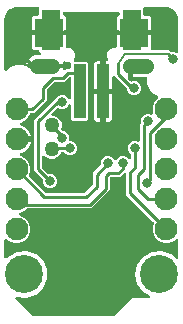
<source format=gbr>
G04 EAGLE Gerber RS-274X export*
G75*
%MOMM*%
%FSLAX34Y34*%
%LPD*%
%INBottom Copper*%
%IPPOS*%
%AMOC8*
5,1,8,0,0,1.08239X$1,22.5*%
G01*
%ADD10C,3.216000*%
%ADD11R,2.413000X2.413000*%
%ADD12C,1.308000*%
%ADD13R,1.000000X4.600000*%
%ADD14R,1.600000X3.400000*%
%ADD15C,1.270000*%
%ADD16C,1.930400*%
%ADD17C,0.800100*%
%ADD18C,0.254000*%
%ADD19C,0.203200*%

G36*
X18840Y-137147D02*
X18840Y-137147D01*
X18939Y-137144D01*
X18997Y-137127D01*
X19057Y-137119D01*
X19149Y-137083D01*
X19245Y-137055D01*
X19297Y-137025D01*
X19353Y-137002D01*
X19433Y-136944D01*
X19518Y-136894D01*
X19594Y-136828D01*
X19610Y-136816D01*
X19618Y-136806D01*
X19639Y-136788D01*
X34508Y-121919D01*
X48222Y-121919D01*
X48367Y-121901D01*
X48512Y-121886D01*
X48524Y-121881D01*
X48538Y-121879D01*
X48673Y-121826D01*
X48810Y-121775D01*
X48821Y-121767D01*
X48833Y-121762D01*
X48951Y-121677D01*
X49071Y-121594D01*
X49080Y-121584D01*
X49091Y-121576D01*
X49184Y-121463D01*
X49279Y-121353D01*
X49285Y-121341D01*
X49294Y-121331D01*
X49355Y-121199D01*
X49421Y-121068D01*
X49423Y-121055D01*
X49429Y-121043D01*
X49456Y-120901D01*
X49487Y-120757D01*
X49486Y-120744D01*
X49489Y-120731D01*
X49480Y-120586D01*
X49474Y-120440D01*
X49470Y-120427D01*
X49469Y-120413D01*
X49424Y-120275D01*
X49382Y-120135D01*
X49375Y-120123D01*
X49371Y-120111D01*
X49293Y-119987D01*
X49218Y-119863D01*
X49208Y-119853D01*
X49201Y-119842D01*
X49095Y-119742D01*
X48991Y-119640D01*
X48976Y-119630D01*
X48969Y-119624D01*
X48954Y-119616D01*
X48857Y-119551D01*
X43679Y-116561D01*
X38758Y-109789D01*
X37018Y-101600D01*
X38758Y-93411D01*
X43679Y-86639D01*
X50929Y-82453D01*
X59254Y-81578D01*
X67216Y-84165D01*
X71541Y-88059D01*
X71628Y-88119D01*
X71709Y-88187D01*
X71758Y-88210D01*
X71802Y-88240D01*
X71901Y-88277D01*
X71997Y-88322D01*
X72050Y-88332D01*
X72100Y-88351D01*
X72205Y-88362D01*
X72310Y-88382D01*
X72363Y-88379D01*
X72416Y-88384D01*
X72521Y-88369D01*
X72627Y-88362D01*
X72678Y-88346D01*
X72731Y-88338D01*
X72829Y-88297D01*
X72929Y-88264D01*
X72975Y-88236D01*
X73024Y-88215D01*
X73108Y-88151D01*
X73198Y-88094D01*
X73235Y-88055D01*
X73277Y-88023D01*
X73343Y-87940D01*
X73416Y-87863D01*
X73442Y-87816D01*
X73475Y-87774D01*
X73518Y-87677D01*
X73570Y-87584D01*
X73583Y-87532D01*
X73605Y-87483D01*
X73623Y-87379D01*
X73649Y-87276D01*
X73654Y-87191D01*
X73658Y-87170D01*
X73657Y-87154D01*
X73659Y-87115D01*
X73659Y-72930D01*
X73642Y-72792D01*
X73629Y-72653D01*
X73622Y-72634D01*
X73619Y-72614D01*
X73568Y-72485D01*
X73521Y-72354D01*
X73510Y-72337D01*
X73502Y-72318D01*
X73421Y-72206D01*
X73343Y-72091D01*
X73327Y-72078D01*
X73316Y-72061D01*
X73208Y-71972D01*
X73104Y-71880D01*
X73086Y-71871D01*
X73071Y-71858D01*
X72945Y-71799D01*
X72821Y-71736D01*
X72801Y-71731D01*
X72783Y-71723D01*
X72646Y-71697D01*
X72511Y-71666D01*
X72490Y-71667D01*
X72471Y-71663D01*
X72332Y-71672D01*
X72193Y-71676D01*
X72173Y-71681D01*
X72153Y-71683D01*
X72021Y-71725D01*
X71887Y-71764D01*
X71870Y-71775D01*
X71851Y-71781D01*
X71733Y-71855D01*
X71613Y-71926D01*
X71592Y-71944D01*
X71582Y-71951D01*
X71568Y-71966D01*
X71493Y-72032D01*
X70119Y-73406D01*
X65824Y-75185D01*
X61176Y-75185D01*
X56881Y-73406D01*
X53594Y-70119D01*
X51815Y-65824D01*
X51815Y-61176D01*
X52864Y-58643D01*
X52872Y-58615D01*
X52886Y-58588D01*
X52914Y-58462D01*
X52948Y-58336D01*
X52949Y-58307D01*
X52955Y-58278D01*
X52951Y-58148D01*
X52953Y-58018D01*
X52946Y-57990D01*
X52946Y-57960D01*
X52909Y-57836D01*
X52879Y-57709D01*
X52865Y-57683D01*
X52857Y-57655D01*
X52791Y-57543D01*
X52730Y-57428D01*
X52711Y-57406D01*
X52696Y-57381D01*
X52589Y-57260D01*
X29717Y-34388D01*
X29717Y-16753D01*
X29700Y-16615D01*
X29687Y-16476D01*
X29680Y-16457D01*
X29677Y-16437D01*
X29626Y-16308D01*
X29579Y-16177D01*
X29568Y-16160D01*
X29560Y-16142D01*
X29479Y-16029D01*
X29401Y-15914D01*
X29385Y-15901D01*
X29374Y-15884D01*
X29266Y-15795D01*
X29162Y-15703D01*
X29144Y-15694D01*
X29129Y-15681D01*
X29003Y-15622D01*
X28879Y-15559D01*
X28859Y-15554D01*
X28841Y-15546D01*
X28705Y-15520D01*
X28569Y-15489D01*
X28548Y-15490D01*
X28529Y-15486D01*
X28390Y-15495D01*
X28251Y-15499D01*
X28231Y-15505D01*
X28211Y-15506D01*
X28079Y-15549D01*
X27945Y-15587D01*
X27928Y-15598D01*
X27909Y-15604D01*
X27791Y-15678D01*
X27671Y-15749D01*
X27650Y-15767D01*
X27640Y-15774D01*
X27626Y-15789D01*
X27551Y-15855D01*
X24228Y-19178D01*
X16637Y-19178D01*
X16519Y-19193D01*
X16400Y-19200D01*
X16362Y-19213D01*
X16321Y-19218D01*
X16211Y-19261D01*
X16098Y-19298D01*
X16063Y-19320D01*
X16026Y-19335D01*
X15930Y-19404D01*
X15829Y-19468D01*
X15801Y-19498D01*
X15768Y-19521D01*
X15692Y-19613D01*
X15611Y-19700D01*
X15591Y-19735D01*
X15566Y-19766D01*
X15515Y-19874D01*
X15457Y-19978D01*
X15447Y-20018D01*
X15430Y-20054D01*
X15408Y-20171D01*
X15378Y-20286D01*
X15374Y-20346D01*
X15370Y-20366D01*
X15372Y-20387D01*
X15368Y-20447D01*
X15368Y-30578D01*
X98Y-45848D01*
X-53943Y-45848D01*
X-54041Y-45860D01*
X-54140Y-45863D01*
X-54199Y-45880D01*
X-54259Y-45888D01*
X-54351Y-45924D01*
X-54446Y-45952D01*
X-54498Y-45982D01*
X-54554Y-46005D01*
X-54635Y-46063D01*
X-54720Y-46113D01*
X-54795Y-46179D01*
X-54812Y-46191D01*
X-54820Y-46201D01*
X-54841Y-46219D01*
X-56627Y-48006D01*
X-60542Y-49627D01*
X-60662Y-49696D01*
X-60786Y-49761D01*
X-60800Y-49775D01*
X-60818Y-49785D01*
X-60918Y-49882D01*
X-61021Y-49975D01*
X-61032Y-49992D01*
X-61047Y-50006D01*
X-61119Y-50124D01*
X-61196Y-50241D01*
X-61202Y-50260D01*
X-61213Y-50277D01*
X-61254Y-50410D01*
X-61299Y-50542D01*
X-61300Y-50562D01*
X-61306Y-50581D01*
X-61313Y-50720D01*
X-61324Y-50859D01*
X-61321Y-50879D01*
X-61322Y-50899D01*
X-61293Y-51035D01*
X-61270Y-51172D01*
X-61261Y-51190D01*
X-61257Y-51210D01*
X-61196Y-51336D01*
X-61139Y-51462D01*
X-61126Y-51478D01*
X-61118Y-51496D01*
X-61027Y-51602D01*
X-60940Y-51710D01*
X-60924Y-51723D01*
X-60911Y-51738D01*
X-60797Y-51818D01*
X-60686Y-51902D01*
X-60661Y-51914D01*
X-60651Y-51921D01*
X-60632Y-51928D01*
X-60542Y-51973D01*
X-56627Y-53594D01*
X-53340Y-56881D01*
X-51561Y-61176D01*
X-51561Y-65824D01*
X-53340Y-70119D01*
X-56627Y-73406D01*
X-60922Y-75185D01*
X-65570Y-75185D01*
X-69865Y-73406D01*
X-71493Y-71778D01*
X-71602Y-71693D01*
X-71709Y-71604D01*
X-71728Y-71596D01*
X-71744Y-71583D01*
X-71872Y-71528D01*
X-71997Y-71469D01*
X-72017Y-71465D01*
X-72036Y-71457D01*
X-72174Y-71435D01*
X-72310Y-71409D01*
X-72330Y-71410D01*
X-72350Y-71407D01*
X-72489Y-71420D01*
X-72627Y-71429D01*
X-72646Y-71435D01*
X-72666Y-71437D01*
X-72798Y-71484D01*
X-72929Y-71527D01*
X-72947Y-71538D01*
X-72966Y-71544D01*
X-73081Y-71623D01*
X-73198Y-71697D01*
X-73212Y-71712D01*
X-73229Y-71723D01*
X-73321Y-71827D01*
X-73416Y-71929D01*
X-73426Y-71946D01*
X-73439Y-71961D01*
X-73503Y-72086D01*
X-73570Y-72207D01*
X-73575Y-72227D01*
X-73584Y-72245D01*
X-73614Y-72381D01*
X-73649Y-72515D01*
X-73651Y-72543D01*
X-73654Y-72555D01*
X-73653Y-72575D01*
X-73659Y-72676D01*
X-73659Y-86914D01*
X-73649Y-86993D01*
X-73649Y-87073D01*
X-73629Y-87150D01*
X-73619Y-87230D01*
X-73590Y-87304D01*
X-73570Y-87381D01*
X-73532Y-87451D01*
X-73502Y-87525D01*
X-73456Y-87590D01*
X-73417Y-87660D01*
X-73363Y-87718D01*
X-73316Y-87783D01*
X-73254Y-87833D01*
X-73200Y-87891D01*
X-73132Y-87934D01*
X-73071Y-87985D01*
X-72999Y-88019D01*
X-72931Y-88062D01*
X-72855Y-88087D01*
X-72783Y-88121D01*
X-72705Y-88136D01*
X-72629Y-88161D01*
X-72549Y-88166D01*
X-72471Y-88181D01*
X-72391Y-88176D01*
X-72312Y-88181D01*
X-72233Y-88166D01*
X-72153Y-88161D01*
X-72077Y-88136D01*
X-71999Y-88122D01*
X-71927Y-88088D01*
X-71851Y-88063D01*
X-71783Y-88020D01*
X-71711Y-87986D01*
X-71649Y-87936D01*
X-71582Y-87893D01*
X-71527Y-87835D01*
X-71466Y-87784D01*
X-71365Y-87662D01*
X-71364Y-87661D01*
X-71363Y-87660D01*
X-70621Y-86639D01*
X-63371Y-82453D01*
X-55046Y-81578D01*
X-47084Y-84165D01*
X-40863Y-89766D01*
X-37458Y-97414D01*
X-37458Y-105786D01*
X-40863Y-113434D01*
X-47084Y-119035D01*
X-55046Y-121622D01*
X-62923Y-120794D01*
X-62969Y-120795D01*
X-63015Y-120788D01*
X-63128Y-120798D01*
X-63241Y-120801D01*
X-63285Y-120813D01*
X-63332Y-120818D01*
X-63438Y-120856D01*
X-63547Y-120886D01*
X-63587Y-120910D01*
X-63631Y-120925D01*
X-63725Y-120989D01*
X-63822Y-121045D01*
X-63856Y-121078D01*
X-63894Y-121104D01*
X-63969Y-121189D01*
X-64050Y-121268D01*
X-64074Y-121307D01*
X-64105Y-121342D01*
X-64156Y-121443D01*
X-64215Y-121540D01*
X-64228Y-121584D01*
X-64249Y-121626D01*
X-64274Y-121736D01*
X-64307Y-121844D01*
X-64309Y-121890D01*
X-64319Y-121936D01*
X-64315Y-122049D01*
X-64320Y-122162D01*
X-64311Y-122207D01*
X-64309Y-122254D01*
X-64278Y-122362D01*
X-64254Y-122473D01*
X-64234Y-122515D01*
X-64221Y-122559D01*
X-64163Y-122657D01*
X-64113Y-122758D01*
X-64083Y-122793D01*
X-64059Y-122833D01*
X-63953Y-122954D01*
X-50119Y-136788D01*
X-50041Y-136848D01*
X-49969Y-136916D01*
X-49916Y-136945D01*
X-49868Y-136982D01*
X-49777Y-137022D01*
X-49690Y-137070D01*
X-49632Y-137085D01*
X-49576Y-137109D01*
X-49478Y-137124D01*
X-49383Y-137149D01*
X-49282Y-137155D01*
X-49262Y-137159D01*
X-49250Y-137157D01*
X-49222Y-137159D01*
X18742Y-137159D01*
X18840Y-137147D01*
G37*
G36*
X-6241Y-32880D02*
X-6241Y-32880D01*
X-6142Y-32877D01*
X-6083Y-32860D01*
X-6023Y-32852D01*
X-5931Y-32816D01*
X-5836Y-32788D01*
X-5784Y-32758D01*
X-5728Y-32735D01*
X-5648Y-32677D01*
X-5562Y-32627D01*
X-5487Y-32561D01*
X-5470Y-32549D01*
X-5462Y-32539D01*
X-5441Y-32521D01*
X771Y-26309D01*
X831Y-26230D01*
X899Y-26158D01*
X928Y-26105D01*
X965Y-26057D01*
X1005Y-25966D01*
X1053Y-25880D01*
X1068Y-25821D01*
X1092Y-25766D01*
X1107Y-25668D01*
X1132Y-25572D01*
X1138Y-25472D01*
X1142Y-25451D01*
X1141Y-25439D01*
X1142Y-25411D01*
X1142Y-15777D01*
X3449Y-13471D01*
X7565Y-9354D01*
X7626Y-9276D01*
X7694Y-9204D01*
X7723Y-9151D01*
X7760Y-9103D01*
X7799Y-9012D01*
X7847Y-8925D01*
X7862Y-8867D01*
X7886Y-8811D01*
X7902Y-8713D01*
X7927Y-8617D01*
X7933Y-8517D01*
X7936Y-8497D01*
X7935Y-8485D01*
X7937Y-8457D01*
X7937Y-6420D01*
X8855Y-4202D01*
X10552Y-2505D01*
X12770Y-1587D01*
X15170Y-1587D01*
X17388Y-2505D01*
X19085Y-4202D01*
X19147Y-4354D01*
X19216Y-4474D01*
X19281Y-4597D01*
X19295Y-4612D01*
X19305Y-4630D01*
X19401Y-4730D01*
X19495Y-4833D01*
X19512Y-4844D01*
X19526Y-4858D01*
X19644Y-4931D01*
X19761Y-5007D01*
X19780Y-5014D01*
X19797Y-5025D01*
X19930Y-5066D01*
X20062Y-5111D01*
X20082Y-5112D01*
X20101Y-5118D01*
X20240Y-5125D01*
X20379Y-5136D01*
X20399Y-5132D01*
X20419Y-5133D01*
X20555Y-5105D01*
X20692Y-5081D01*
X20711Y-5073D01*
X20730Y-5069D01*
X20855Y-5008D01*
X20982Y-4951D01*
X20998Y-4938D01*
X21016Y-4929D01*
X21122Y-4839D01*
X21230Y-4752D01*
X21243Y-4736D01*
X21258Y-4723D01*
X21338Y-4609D01*
X21422Y-4498D01*
X21434Y-4473D01*
X21441Y-4463D01*
X21448Y-4444D01*
X21493Y-4354D01*
X21555Y-4202D01*
X23252Y-2505D01*
X25470Y-1587D01*
X27870Y-1587D01*
X30088Y-2505D01*
X31361Y-3778D01*
X31470Y-3863D01*
X31577Y-3952D01*
X31596Y-3961D01*
X31612Y-3973D01*
X31739Y-4028D01*
X31865Y-4088D01*
X31885Y-4091D01*
X31904Y-4100D01*
X32042Y-4121D01*
X32178Y-4147D01*
X32198Y-4146D01*
X32218Y-4149D01*
X32357Y-4136D01*
X32495Y-4128D01*
X32514Y-4121D01*
X32534Y-4120D01*
X32666Y-4072D01*
X32797Y-4030D01*
X32815Y-4019D01*
X32834Y-4012D01*
X32949Y-3934D01*
X33066Y-3860D01*
X33080Y-3845D01*
X33097Y-3833D01*
X33189Y-3729D01*
X33284Y-3628D01*
X33294Y-3610D01*
X33307Y-3595D01*
X33371Y-3471D01*
X33438Y-3349D01*
X33443Y-3330D01*
X33452Y-3312D01*
X33482Y-3176D01*
X33517Y-3041D01*
X33519Y-3013D01*
X33522Y-3001D01*
X33521Y-2981D01*
X33527Y-2881D01*
X33527Y-675D01*
X33515Y-577D01*
X33512Y-478D01*
X33495Y-420D01*
X33487Y-360D01*
X33451Y-268D01*
X33423Y-173D01*
X33393Y-120D01*
X33370Y-64D01*
X33312Y16D01*
X33262Y101D01*
X33196Y177D01*
X33184Y193D01*
X33174Y201D01*
X33156Y222D01*
X31715Y1662D01*
X30797Y3880D01*
X30797Y6280D01*
X31715Y8498D01*
X33412Y10195D01*
X35630Y11113D01*
X38030Y11113D01*
X39392Y10549D01*
X39440Y10536D01*
X39485Y10515D01*
X39593Y10494D01*
X39699Y10465D01*
X39749Y10464D01*
X39798Y10455D01*
X39907Y10462D01*
X40017Y10460D01*
X40065Y10472D01*
X40115Y10475D01*
X40219Y10508D01*
X40326Y10534D01*
X40370Y10557D01*
X40417Y10573D01*
X40510Y10631D01*
X40607Y10683D01*
X40644Y10716D01*
X40686Y10743D01*
X40761Y10823D01*
X40843Y10897D01*
X40870Y10938D01*
X40904Y10974D01*
X40957Y11071D01*
X41017Y11162D01*
X41034Y11210D01*
X41058Y11253D01*
X41085Y11359D01*
X41121Y11463D01*
X41125Y11513D01*
X41137Y11561D01*
X41147Y11722D01*
X41147Y25498D01*
X41855Y26206D01*
X41916Y26284D01*
X41984Y26356D01*
X42013Y26409D01*
X42050Y26457D01*
X42089Y26548D01*
X42137Y26635D01*
X42152Y26693D01*
X42176Y26749D01*
X42192Y26847D01*
X42217Y26943D01*
X42223Y27043D01*
X42226Y27063D01*
X42225Y27075D01*
X42227Y27103D01*
X42227Y29140D01*
X43145Y31358D01*
X44842Y33055D01*
X47060Y33973D01*
X49460Y33973D01*
X50373Y33595D01*
X50508Y33558D01*
X50640Y33517D01*
X50660Y33516D01*
X50680Y33511D01*
X50820Y33509D01*
X50958Y33502D01*
X50978Y33506D01*
X50998Y33506D01*
X51134Y33539D01*
X51269Y33567D01*
X51288Y33575D01*
X51307Y33580D01*
X51430Y33645D01*
X51555Y33706D01*
X51571Y33719D01*
X51588Y33729D01*
X51691Y33822D01*
X51797Y33913D01*
X51809Y33929D01*
X51824Y33943D01*
X51900Y34059D01*
X51980Y34173D01*
X51987Y34191D01*
X51999Y34208D01*
X52044Y34340D01*
X52093Y34470D01*
X52095Y34490D01*
X52102Y34509D01*
X52113Y34648D01*
X52128Y34786D01*
X52125Y34806D01*
X52127Y34826D01*
X52103Y34963D01*
X52084Y35101D01*
X52075Y35128D01*
X52073Y35140D01*
X52064Y35158D01*
X52032Y35253D01*
X51815Y35776D01*
X51815Y40424D01*
X53594Y44719D01*
X56427Y47552D01*
X56457Y47591D01*
X56494Y47624D01*
X56554Y47716D01*
X56622Y47803D01*
X56642Y47849D01*
X56669Y47890D01*
X56705Y47994D01*
X56748Y48095D01*
X56756Y48144D01*
X56772Y48191D01*
X56781Y48300D01*
X56798Y48409D01*
X56793Y48458D01*
X56797Y48508D01*
X56779Y48616D01*
X56768Y48726D01*
X56751Y48772D01*
X56743Y48821D01*
X56698Y48921D01*
X56661Y49025D01*
X56633Y49066D01*
X56612Y49111D01*
X56544Y49197D01*
X56482Y49288D01*
X56445Y49321D01*
X56414Y49360D01*
X56326Y49426D01*
X56244Y49498D01*
X56199Y49521D01*
X56160Y49551D01*
X56015Y49622D01*
X53290Y50751D01*
X49481Y54560D01*
X47419Y59537D01*
X47419Y64470D01*
X47404Y64588D01*
X47397Y64707D01*
X47384Y64745D01*
X47379Y64786D01*
X47336Y64896D01*
X47299Y65009D01*
X47277Y65044D01*
X47262Y65081D01*
X47193Y65177D01*
X47129Y65278D01*
X47099Y65306D01*
X47076Y65339D01*
X46984Y65415D01*
X46897Y65496D01*
X46862Y65516D01*
X46831Y65541D01*
X46723Y65592D01*
X46619Y65650D01*
X46579Y65660D01*
X46543Y65677D01*
X46426Y65699D01*
X46311Y65729D01*
X46251Y65733D01*
X46231Y65737D01*
X46210Y65735D01*
X46150Y65739D01*
X34999Y65739D01*
X34999Y74090D01*
X34984Y74208D01*
X34977Y74327D01*
X34964Y74365D01*
X34959Y74405D01*
X34916Y74516D01*
X34879Y74629D01*
X34857Y74663D01*
X34842Y74701D01*
X34773Y74797D01*
X34709Y74898D01*
X34679Y74926D01*
X34656Y74958D01*
X34564Y75034D01*
X34477Y75116D01*
X34442Y75135D01*
X34411Y75161D01*
X34303Y75212D01*
X34199Y75269D01*
X34159Y75279D01*
X34123Y75297D01*
X34006Y75319D01*
X33891Y75349D01*
X33831Y75353D01*
X33811Y75356D01*
X33790Y75355D01*
X33730Y75359D01*
X32270Y75359D01*
X32152Y75344D01*
X32033Y75337D01*
X31995Y75324D01*
X31954Y75319D01*
X31844Y75275D01*
X31731Y75239D01*
X31696Y75217D01*
X31659Y75202D01*
X31562Y75132D01*
X31462Y75069D01*
X31434Y75039D01*
X31401Y75015D01*
X31325Y74924D01*
X31244Y74837D01*
X31224Y74802D01*
X31199Y74770D01*
X31148Y74663D01*
X31090Y74558D01*
X31080Y74519D01*
X31063Y74483D01*
X31041Y74366D01*
X31011Y74250D01*
X31007Y74190D01*
X31003Y74170D01*
X31005Y74150D01*
X31001Y74090D01*
X31001Y64968D01*
X30968Y64905D01*
X30951Y64827D01*
X30924Y64752D01*
X30916Y64672D01*
X30899Y64594D01*
X30901Y64515D01*
X30893Y64435D01*
X30906Y64357D01*
X30908Y64277D01*
X30930Y64200D01*
X30943Y64121D01*
X30974Y64048D01*
X30997Y63971D01*
X31037Y63902D01*
X31069Y63829D01*
X31118Y63766D01*
X31158Y63697D01*
X31262Y63579D01*
X31263Y63578D01*
X31264Y63577D01*
X31265Y63576D01*
X32933Y61907D01*
X32957Y61889D01*
X32976Y61867D01*
X33082Y61792D01*
X33185Y61712D01*
X33212Y61701D01*
X33236Y61684D01*
X33357Y61638D01*
X33476Y61586D01*
X33506Y61581D01*
X33533Y61571D01*
X33662Y61557D01*
X33791Y61536D01*
X33820Y61539D01*
X33849Y61536D01*
X33978Y61554D01*
X34107Y61566D01*
X34135Y61576D01*
X34164Y61580D01*
X34317Y61632D01*
X34995Y61913D01*
X37395Y61913D01*
X39613Y60995D01*
X41310Y59298D01*
X42228Y57080D01*
X42228Y54680D01*
X41310Y52462D01*
X39613Y50765D01*
X37395Y49847D01*
X34995Y49847D01*
X32777Y50765D01*
X31080Y52462D01*
X30162Y54680D01*
X30162Y54812D01*
X30149Y54910D01*
X30146Y55009D01*
X30130Y55067D01*
X30122Y55127D01*
X30085Y55219D01*
X30058Y55314D01*
X30027Y55367D01*
X30005Y55423D01*
X29947Y55503D01*
X29896Y55588D01*
X29830Y55664D01*
X29818Y55680D01*
X29809Y55688D01*
X29790Y55709D01*
X19707Y65792D01*
X19598Y65877D01*
X19491Y65966D01*
X19472Y65974D01*
X19456Y65987D01*
X19328Y66042D01*
X19203Y66101D01*
X19183Y66105D01*
X19164Y66113D01*
X19026Y66135D01*
X18890Y66161D01*
X18870Y66160D01*
X18850Y66163D01*
X18711Y66150D01*
X18573Y66141D01*
X18554Y66135D01*
X18534Y66133D01*
X18402Y66086D01*
X18271Y66043D01*
X18253Y66032D01*
X18234Y66025D01*
X18119Y65947D01*
X18002Y65873D01*
X17988Y65858D01*
X17971Y65847D01*
X17879Y65743D01*
X17784Y65641D01*
X17774Y65624D01*
X17761Y65608D01*
X17697Y65484D01*
X17630Y65363D01*
X17625Y65343D01*
X17616Y65325D01*
X17586Y65189D01*
X17551Y65055D01*
X17549Y65027D01*
X17546Y65015D01*
X17547Y64994D01*
X17541Y64894D01*
X17541Y55669D01*
X12499Y55669D01*
X12499Y78711D01*
X13178Y78711D01*
X13228Y78717D01*
X13277Y78715D01*
X13385Y78737D01*
X13494Y78751D01*
X13540Y78769D01*
X13589Y78779D01*
X13687Y78827D01*
X13790Y78868D01*
X13830Y78897D01*
X13874Y78919D01*
X13958Y78990D01*
X14047Y79054D01*
X14079Y79093D01*
X14116Y79125D01*
X14180Y79215D01*
X14250Y79299D01*
X14271Y79344D01*
X14299Y79385D01*
X14338Y79488D01*
X14385Y79587D01*
X14395Y79636D01*
X14412Y79682D01*
X14424Y79792D01*
X14445Y79899D01*
X14442Y79949D01*
X14447Y79998D01*
X14432Y80107D01*
X14425Y80217D01*
X14410Y80264D01*
X14403Y80313D01*
X14351Y80466D01*
X13459Y82618D01*
X13459Y85022D01*
X14379Y87242D01*
X16078Y88941D01*
X18298Y89861D01*
X20125Y89861D01*
X20243Y89876D01*
X20362Y89883D01*
X20400Y89896D01*
X20441Y89901D01*
X20551Y89944D01*
X20664Y89981D01*
X20699Y90003D01*
X20736Y90018D01*
X20832Y90087D01*
X20933Y90151D01*
X20961Y90181D01*
X20994Y90204D01*
X21070Y90296D01*
X21151Y90383D01*
X21171Y90418D01*
X21196Y90449D01*
X21247Y90557D01*
X21305Y90661D01*
X21315Y90701D01*
X21332Y90737D01*
X21354Y90854D01*
X21384Y90969D01*
X21388Y91029D01*
X21392Y91049D01*
X21390Y91070D01*
X21394Y91130D01*
X21394Y100571D01*
X22698Y100571D01*
X22816Y100586D01*
X22935Y100593D01*
X22973Y100605D01*
X23014Y100611D01*
X23124Y100654D01*
X23237Y100691D01*
X23272Y100713D01*
X23309Y100728D01*
X23405Y100797D01*
X23506Y100861D01*
X23534Y100891D01*
X23567Y100914D01*
X23643Y101006D01*
X23724Y101093D01*
X23744Y101128D01*
X23769Y101159D01*
X23820Y101267D01*
X23878Y101371D01*
X23888Y101411D01*
X23905Y101447D01*
X23927Y101564D01*
X23957Y101679D01*
X23961Y101739D01*
X23965Y101759D01*
X23963Y101780D01*
X23967Y101840D01*
X23967Y103800D01*
X23952Y103918D01*
X23945Y104037D01*
X23932Y104075D01*
X23927Y104116D01*
X23884Y104226D01*
X23847Y104339D01*
X23825Y104374D01*
X23810Y104411D01*
X23741Y104507D01*
X23677Y104608D01*
X23647Y104636D01*
X23624Y104669D01*
X23532Y104745D01*
X23445Y104826D01*
X23410Y104846D01*
X23379Y104871D01*
X23271Y104922D01*
X23167Y104980D01*
X23127Y104990D01*
X23091Y105007D01*
X22974Y105029D01*
X22859Y105059D01*
X22799Y105063D01*
X22779Y105067D01*
X22758Y105065D01*
X22698Y105069D01*
X21394Y105069D01*
X21394Y115219D01*
X21567Y115866D01*
X21902Y116445D01*
X22375Y116918D01*
X22954Y117253D01*
X23026Y117272D01*
X23131Y117314D01*
X23237Y117349D01*
X23277Y117374D01*
X23321Y117392D01*
X23411Y117459D01*
X23506Y117519D01*
X23538Y117554D01*
X23576Y117582D01*
X23647Y117669D01*
X23724Y117751D01*
X23747Y117792D01*
X23777Y117829D01*
X23823Y117931D01*
X23878Y118029D01*
X23889Y118075D01*
X23909Y118118D01*
X23929Y118228D01*
X23957Y118337D01*
X23962Y118410D01*
X23965Y118431D01*
X23964Y118449D01*
X23967Y118498D01*
X23967Y119380D01*
X23952Y119498D01*
X23945Y119617D01*
X23932Y119655D01*
X23927Y119696D01*
X23884Y119806D01*
X23847Y119919D01*
X23825Y119954D01*
X23810Y119991D01*
X23741Y120087D01*
X23677Y120188D01*
X23647Y120216D01*
X23624Y120249D01*
X23532Y120325D01*
X23445Y120406D01*
X23410Y120426D01*
X23379Y120451D01*
X23271Y120502D01*
X23167Y120560D01*
X23127Y120570D01*
X23091Y120587D01*
X22974Y120609D01*
X22859Y120639D01*
X22799Y120643D01*
X22779Y120647D01*
X22758Y120645D01*
X22698Y120649D01*
X-22698Y120649D01*
X-22816Y120634D01*
X-22935Y120627D01*
X-22973Y120614D01*
X-23014Y120609D01*
X-23124Y120566D01*
X-23237Y120529D01*
X-23272Y120507D01*
X-23309Y120492D01*
X-23405Y120423D01*
X-23506Y120359D01*
X-23534Y120329D01*
X-23567Y120306D01*
X-23643Y120214D01*
X-23724Y120127D01*
X-23744Y120092D01*
X-23769Y120061D01*
X-23820Y119953D01*
X-23878Y119849D01*
X-23888Y119809D01*
X-23905Y119773D01*
X-23927Y119656D01*
X-23957Y119541D01*
X-23961Y119481D01*
X-23965Y119461D01*
X-23963Y119440D01*
X-23967Y119380D01*
X-23967Y118498D01*
X-23953Y118386D01*
X-23947Y118274D01*
X-23933Y118229D01*
X-23927Y118182D01*
X-23886Y118078D01*
X-23853Y117971D01*
X-23828Y117931D01*
X-23810Y117887D01*
X-23744Y117796D01*
X-23685Y117700D01*
X-23651Y117668D01*
X-23624Y117629D01*
X-23537Y117558D01*
X-23456Y117480D01*
X-23415Y117457D01*
X-23379Y117427D01*
X-23277Y117379D01*
X-23179Y117323D01*
X-23110Y117300D01*
X-23091Y117291D01*
X-23073Y117288D01*
X-23026Y117272D01*
X-22954Y117253D01*
X-22375Y116918D01*
X-21902Y116445D01*
X-21567Y115866D01*
X-21394Y115219D01*
X-21394Y105069D01*
X-22698Y105069D01*
X-22816Y105054D01*
X-22935Y105047D01*
X-22973Y105034D01*
X-23014Y105029D01*
X-23124Y104986D01*
X-23237Y104949D01*
X-23272Y104927D01*
X-23309Y104912D01*
X-23405Y104843D01*
X-23506Y104779D01*
X-23534Y104749D01*
X-23567Y104726D01*
X-23643Y104634D01*
X-23724Y104547D01*
X-23744Y104512D01*
X-23769Y104481D01*
X-23820Y104373D01*
X-23878Y104269D01*
X-23888Y104229D01*
X-23905Y104193D01*
X-23927Y104076D01*
X-23957Y103961D01*
X-23961Y103901D01*
X-23965Y103881D01*
X-23963Y103860D01*
X-23967Y103800D01*
X-23967Y101840D01*
X-23952Y101722D01*
X-23945Y101603D01*
X-23932Y101565D01*
X-23927Y101524D01*
X-23884Y101414D01*
X-23847Y101301D01*
X-23825Y101266D01*
X-23810Y101229D01*
X-23741Y101132D01*
X-23677Y101032D01*
X-23647Y101004D01*
X-23624Y100971D01*
X-23532Y100895D01*
X-23445Y100814D01*
X-23410Y100794D01*
X-23379Y100769D01*
X-23271Y100718D01*
X-23167Y100660D01*
X-23127Y100650D01*
X-23091Y100633D01*
X-22974Y100611D01*
X-22859Y100581D01*
X-22799Y100577D01*
X-22779Y100573D01*
X-22758Y100575D01*
X-22698Y100571D01*
X-21394Y100571D01*
X-21394Y91130D01*
X-21379Y91012D01*
X-21372Y90893D01*
X-21359Y90855D01*
X-21354Y90814D01*
X-21311Y90704D01*
X-21274Y90591D01*
X-21252Y90556D01*
X-21237Y90519D01*
X-21168Y90423D01*
X-21104Y90322D01*
X-21074Y90294D01*
X-21051Y90261D01*
X-20959Y90185D01*
X-20872Y90104D01*
X-20837Y90084D01*
X-20806Y90059D01*
X-20698Y90008D01*
X-20594Y89950D01*
X-20554Y89940D01*
X-20518Y89923D01*
X-20401Y89901D01*
X-20286Y89871D01*
X-20226Y89867D01*
X-20206Y89863D01*
X-20185Y89865D01*
X-20125Y89861D01*
X-18298Y89861D01*
X-16078Y88941D01*
X-14379Y87242D01*
X-13459Y85022D01*
X-13459Y82618D01*
X-14379Y80398D01*
X-14408Y80370D01*
X-14493Y80260D01*
X-14582Y80153D01*
X-14590Y80134D01*
X-14603Y80118D01*
X-14658Y79990D01*
X-14717Y79865D01*
X-14721Y79845D01*
X-14729Y79826D01*
X-14751Y79689D01*
X-14777Y79552D01*
X-14776Y79532D01*
X-14779Y79512D01*
X-14766Y79374D01*
X-14757Y79235D01*
X-14751Y79216D01*
X-14749Y79196D01*
X-14702Y79065D01*
X-14659Y78933D01*
X-14648Y78915D01*
X-14641Y78896D01*
X-14563Y78782D01*
X-14489Y78664D01*
X-14474Y78650D01*
X-14463Y78633D01*
X-14359Y78541D01*
X-14257Y78446D01*
X-14240Y78436D01*
X-14224Y78423D01*
X-14101Y78360D01*
X-13979Y78292D01*
X-13959Y78287D01*
X-13941Y78278D01*
X-13805Y78248D01*
X-13671Y78213D01*
X-13643Y78211D01*
X-13631Y78208D01*
X-13610Y78209D01*
X-13510Y78203D01*
X-4158Y78203D01*
X-2967Y77012D01*
X-2967Y29328D01*
X-4158Y28137D01*
X-15842Y28137D01*
X-17033Y29328D01*
X-17033Y40971D01*
X-17041Y41040D01*
X-17040Y41110D01*
X-17061Y41197D01*
X-17073Y41286D01*
X-17098Y41351D01*
X-17115Y41419D01*
X-17157Y41499D01*
X-17190Y41582D01*
X-17231Y41639D01*
X-17263Y41700D01*
X-17324Y41767D01*
X-17376Y41839D01*
X-17430Y41884D01*
X-17477Y41936D01*
X-17552Y41985D01*
X-17621Y42042D01*
X-17684Y42072D01*
X-17743Y42110D01*
X-17828Y42140D01*
X-17909Y42178D01*
X-17978Y42191D01*
X-18044Y42214D01*
X-18133Y42221D01*
X-18221Y42238D01*
X-18291Y42233D01*
X-18361Y42239D01*
X-18449Y42223D01*
X-18539Y42218D01*
X-18605Y42196D01*
X-18674Y42184D01*
X-18756Y42147D01*
X-18841Y42120D01*
X-18900Y42082D01*
X-18964Y42054D01*
X-19034Y41998D01*
X-19110Y41950D01*
X-19158Y41899D01*
X-19212Y41855D01*
X-19266Y41784D01*
X-19328Y41718D01*
X-19362Y41657D01*
X-19404Y41601D01*
X-19475Y41457D01*
X-19650Y41032D01*
X-21347Y39335D01*
X-23565Y38417D01*
X-25965Y38417D01*
X-27990Y39256D01*
X-28019Y39263D01*
X-28045Y39277D01*
X-28172Y39305D01*
X-28297Y39340D01*
X-28327Y39340D01*
X-28356Y39347D01*
X-28485Y39343D01*
X-28615Y39345D01*
X-28644Y39338D01*
X-28673Y39337D01*
X-28798Y39301D01*
X-28924Y39271D01*
X-28951Y39257D01*
X-28979Y39249D01*
X-29091Y39183D01*
X-29206Y39122D01*
X-29227Y39102D01*
X-29253Y39087D01*
X-29374Y38981D01*
X-33421Y34933D01*
X-33506Y34824D01*
X-33595Y34717D01*
X-33603Y34698D01*
X-33616Y34682D01*
X-33671Y34554D01*
X-33730Y34429D01*
X-33734Y34409D01*
X-33742Y34390D01*
X-33764Y34252D01*
X-33790Y34116D01*
X-33789Y34096D01*
X-33792Y34076D01*
X-33779Y33937D01*
X-33770Y33799D01*
X-33764Y33780D01*
X-33762Y33760D01*
X-33715Y33628D01*
X-33672Y33497D01*
X-33661Y33479D01*
X-33654Y33460D01*
X-33576Y33345D01*
X-33502Y33228D01*
X-33487Y33214D01*
X-33476Y33197D01*
X-33372Y33105D01*
X-33270Y33010D01*
X-33253Y33000D01*
X-33237Y32987D01*
X-33114Y32923D01*
X-32992Y32856D01*
X-32972Y32851D01*
X-32954Y32842D01*
X-32818Y32812D01*
X-32684Y32777D01*
X-32656Y32775D01*
X-32644Y32772D01*
X-32623Y32773D01*
X-32523Y32767D01*
X-31988Y32767D01*
X-28907Y31491D01*
X-26548Y29132D01*
X-25272Y26051D01*
X-25272Y22717D01*
X-25621Y21875D01*
X-25629Y21846D01*
X-25642Y21820D01*
X-25671Y21693D01*
X-25705Y21568D01*
X-25705Y21539D01*
X-25712Y21510D01*
X-25708Y21380D01*
X-25710Y21250D01*
X-25703Y21221D01*
X-25702Y21192D01*
X-25666Y21067D01*
X-25636Y20941D01*
X-25622Y20915D01*
X-25614Y20886D01*
X-25548Y20774D01*
X-25487Y20660D01*
X-25467Y20638D01*
X-25452Y20612D01*
X-25346Y20491D01*
X-25229Y20375D01*
X-25151Y20314D01*
X-25079Y20246D01*
X-25026Y20217D01*
X-24978Y20180D01*
X-24887Y20141D01*
X-24800Y20093D01*
X-24742Y20078D01*
X-24686Y20054D01*
X-24588Y20038D01*
X-24492Y20013D01*
X-24392Y20007D01*
X-24372Y20004D01*
X-24360Y20005D01*
X-24332Y20003D01*
X-23565Y20003D01*
X-21347Y19085D01*
X-19650Y17388D01*
X-18732Y15170D01*
X-18732Y12742D01*
X-18746Y12668D01*
X-18775Y12562D01*
X-18776Y12512D01*
X-18785Y12463D01*
X-18778Y12353D01*
X-18780Y12244D01*
X-18768Y12195D01*
X-18765Y12146D01*
X-18732Y12041D01*
X-18706Y11934D01*
X-18683Y11890D01*
X-18667Y11843D01*
X-18609Y11750D01*
X-18557Y11653D01*
X-18524Y11616D01*
X-18497Y11574D01*
X-18417Y11499D01*
X-18343Y11418D01*
X-18302Y11391D01*
X-18266Y11356D01*
X-18169Y11303D01*
X-18078Y11243D01*
X-18031Y11227D01*
X-17987Y11203D01*
X-17881Y11175D01*
X-17777Y11140D01*
X-17727Y11136D01*
X-17679Y11123D01*
X-17518Y11113D01*
X-17215Y11113D01*
X-14997Y10195D01*
X-13300Y8498D01*
X-12382Y6280D01*
X-12382Y3880D01*
X-13300Y1662D01*
X-14997Y-35D01*
X-17215Y-953D01*
X-19615Y-953D01*
X-21833Y-35D01*
X-23273Y1406D01*
X-23351Y1466D01*
X-23423Y1534D01*
X-23476Y1563D01*
X-23524Y1600D01*
X-23615Y1640D01*
X-23702Y1688D01*
X-23760Y1703D01*
X-23816Y1727D01*
X-23914Y1742D01*
X-24010Y1767D01*
X-24110Y1773D01*
X-24130Y1777D01*
X-24142Y1775D01*
X-24170Y1777D01*
X-24839Y1777D01*
X-24868Y1774D01*
X-24897Y1776D01*
X-25025Y1754D01*
X-25154Y1737D01*
X-25181Y1727D01*
X-25211Y1722D01*
X-25329Y1668D01*
X-25450Y1620D01*
X-25474Y1603D01*
X-25501Y1591D01*
X-25602Y1510D01*
X-25707Y1434D01*
X-25726Y1411D01*
X-25749Y1392D01*
X-25827Y1289D01*
X-25910Y1189D01*
X-25923Y1162D01*
X-25940Y1138D01*
X-26011Y994D01*
X-26548Y-303D01*
X-28907Y-2662D01*
X-31988Y-3938D01*
X-35322Y-3938D01*
X-38403Y-2662D01*
X-39616Y-1449D01*
X-39725Y-1364D01*
X-39832Y-1276D01*
X-39851Y-1267D01*
X-39867Y-1255D01*
X-39994Y-1199D01*
X-40120Y-1140D01*
X-40140Y-1136D01*
X-40159Y-1128D01*
X-40297Y-1106D01*
X-40433Y-1080D01*
X-40453Y-1081D01*
X-40473Y-1078D01*
X-40612Y-1091D01*
X-40750Y-1100D01*
X-40769Y-1106D01*
X-40789Y-1108D01*
X-40921Y-1155D01*
X-41052Y-1198D01*
X-41070Y-1209D01*
X-41089Y-1216D01*
X-41204Y-1294D01*
X-41321Y-1368D01*
X-41335Y-1383D01*
X-41352Y-1394D01*
X-41444Y-1499D01*
X-41539Y-1600D01*
X-41549Y-1617D01*
X-41562Y-1633D01*
X-41626Y-1757D01*
X-41693Y-1878D01*
X-41698Y-1898D01*
X-41707Y-1916D01*
X-41737Y-2052D01*
X-41772Y-2186D01*
X-41774Y-2214D01*
X-41777Y-2226D01*
X-41776Y-2247D01*
X-41782Y-2347D01*
X-41782Y-10806D01*
X-41770Y-10904D01*
X-41767Y-11003D01*
X-41750Y-11062D01*
X-41742Y-11122D01*
X-41706Y-11214D01*
X-41678Y-11309D01*
X-41648Y-11361D01*
X-41625Y-11417D01*
X-41567Y-11497D01*
X-41517Y-11583D01*
X-41451Y-11658D01*
X-41439Y-11675D01*
X-41429Y-11683D01*
X-41411Y-11704D01*
X-36659Y-16455D01*
X-36581Y-16516D01*
X-36509Y-16584D01*
X-36456Y-16613D01*
X-36408Y-16650D01*
X-36317Y-16689D01*
X-36230Y-16737D01*
X-36172Y-16752D01*
X-36116Y-16776D01*
X-36018Y-16792D01*
X-35922Y-16817D01*
X-35822Y-16823D01*
X-35802Y-16826D01*
X-35790Y-16825D01*
X-35762Y-16827D01*
X-33725Y-16827D01*
X-31507Y-17745D01*
X-29810Y-19442D01*
X-28892Y-21660D01*
X-28892Y-24060D01*
X-29810Y-26278D01*
X-31507Y-27975D01*
X-33725Y-28893D01*
X-36125Y-28893D01*
X-38343Y-27975D01*
X-40040Y-26278D01*
X-40958Y-24060D01*
X-40958Y-22023D01*
X-40971Y-21925D01*
X-40974Y-21826D01*
X-40990Y-21768D01*
X-40998Y-21708D01*
X-41035Y-21616D01*
X-41062Y-21521D01*
X-41093Y-21468D01*
X-41115Y-21412D01*
X-41173Y-21332D01*
X-41224Y-21247D01*
X-41290Y-21171D01*
X-41302Y-21155D01*
X-41311Y-21147D01*
X-41330Y-21126D01*
X-48388Y-14068D01*
X-48388Y29308D01*
X-46081Y31614D01*
X-30095Y47601D01*
X-30089Y47609D01*
X-30082Y47614D01*
X-29992Y47734D01*
X-29916Y47831D01*
X-28183Y49565D01*
X-25965Y50483D01*
X-23565Y50483D01*
X-21347Y49565D01*
X-19650Y47868D01*
X-19475Y47443D01*
X-19440Y47383D01*
X-19414Y47318D01*
X-19362Y47245D01*
X-19317Y47167D01*
X-19269Y47117D01*
X-19228Y47061D01*
X-19158Y47003D01*
X-19096Y46939D01*
X-19036Y46902D01*
X-18983Y46858D01*
X-18901Y46820D01*
X-18825Y46773D01*
X-18758Y46752D01*
X-18695Y46722D01*
X-18607Y46705D01*
X-18521Y46679D01*
X-18451Y46676D01*
X-18382Y46662D01*
X-18293Y46668D01*
X-18203Y46664D01*
X-18135Y46678D01*
X-18065Y46682D01*
X-17980Y46710D01*
X-17892Y46728D01*
X-17829Y46759D01*
X-17763Y46780D01*
X-17687Y46828D01*
X-17606Y46868D01*
X-17553Y46913D01*
X-17494Y46950D01*
X-17432Y47016D01*
X-17364Y47074D01*
X-17324Y47131D01*
X-17276Y47182D01*
X-17233Y47261D01*
X-17181Y47334D01*
X-17156Y47399D01*
X-17122Y47461D01*
X-17100Y47548D01*
X-17068Y47631D01*
X-17060Y47701D01*
X-17043Y47768D01*
X-17033Y47929D01*
X-17033Y64132D01*
X-17050Y64270D01*
X-17063Y64409D01*
X-17070Y64428D01*
X-17073Y64448D01*
X-17124Y64577D01*
X-17171Y64708D01*
X-17182Y64725D01*
X-17190Y64743D01*
X-17271Y64856D01*
X-17349Y64971D01*
X-17365Y64984D01*
X-17376Y65001D01*
X-17484Y65090D01*
X-17588Y65182D01*
X-17606Y65191D01*
X-17621Y65204D01*
X-17747Y65263D01*
X-17871Y65326D01*
X-17891Y65331D01*
X-17909Y65339D01*
X-18045Y65365D01*
X-18181Y65396D01*
X-18202Y65395D01*
X-18221Y65399D01*
X-18360Y65390D01*
X-18499Y65386D01*
X-18519Y65380D01*
X-18539Y65379D01*
X-18671Y65336D01*
X-18805Y65298D01*
X-18822Y65287D01*
X-18841Y65281D01*
X-18959Y65207D01*
X-19079Y65136D01*
X-19100Y65118D01*
X-19110Y65111D01*
X-19124Y65096D01*
X-19199Y65030D01*
X-22635Y61594D01*
X-30364Y61594D01*
X-30462Y61582D01*
X-30561Y61579D01*
X-30620Y61562D01*
X-30680Y61554D01*
X-30772Y61518D01*
X-30867Y61490D01*
X-30919Y61460D01*
X-30975Y61437D01*
X-31055Y61379D01*
X-31141Y61329D01*
X-31216Y61263D01*
X-31233Y61251D01*
X-31241Y61241D01*
X-31262Y61223D01*
X-37601Y54884D01*
X-37661Y54805D01*
X-37729Y54733D01*
X-37758Y54680D01*
X-37795Y54632D01*
X-37835Y54541D01*
X-37883Y54455D01*
X-37898Y54396D01*
X-37922Y54341D01*
X-37937Y54243D01*
X-37962Y54147D01*
X-37968Y54047D01*
X-37972Y54026D01*
X-37970Y54014D01*
X-37972Y53986D01*
X-37972Y45622D01*
X-48797Y34797D01*
X-51118Y34797D01*
X-51148Y34794D01*
X-51177Y34796D01*
X-51305Y34774D01*
X-51434Y34757D01*
X-51461Y34747D01*
X-51491Y34742D01*
X-51609Y34688D01*
X-51730Y34640D01*
X-51754Y34623D01*
X-51781Y34611D01*
X-51882Y34530D01*
X-51987Y34454D01*
X-52006Y34431D01*
X-52029Y34412D01*
X-52107Y34309D01*
X-52190Y34209D01*
X-52202Y34182D01*
X-52220Y34158D01*
X-52291Y34014D01*
X-53340Y31481D01*
X-56627Y28194D01*
X-59976Y26807D01*
X-60002Y26792D01*
X-60030Y26783D01*
X-60140Y26714D01*
X-60252Y26650D01*
X-60274Y26629D01*
X-60299Y26613D01*
X-60388Y26518D01*
X-60481Y26428D01*
X-60496Y26403D01*
X-60517Y26381D01*
X-60579Y26267D01*
X-60647Y26157D01*
X-60656Y26129D01*
X-60670Y26102D01*
X-60702Y25977D01*
X-60740Y25853D01*
X-60742Y25823D01*
X-60749Y25794D01*
X-60749Y25665D01*
X-60756Y25536D01*
X-60750Y25506D01*
X-60750Y25476D01*
X-60717Y25351D01*
X-60691Y25224D01*
X-60678Y25197D01*
X-60671Y25168D01*
X-60609Y25055D01*
X-60552Y24938D01*
X-60532Y24916D01*
X-60518Y24889D01*
X-60429Y24795D01*
X-60345Y24696D01*
X-60321Y24679D01*
X-60300Y24657D01*
X-60191Y24588D01*
X-60085Y24513D01*
X-60057Y24503D01*
X-60032Y24487D01*
X-59882Y24427D01*
X-58566Y23999D01*
X-56856Y23128D01*
X-55303Y22000D01*
X-53946Y20643D01*
X-52818Y19090D01*
X-51947Y17380D01*
X-51353Y15555D01*
X-51297Y15199D01*
X-62016Y15199D01*
X-62134Y15184D01*
X-62253Y15177D01*
X-62291Y15164D01*
X-62331Y15159D01*
X-62442Y15116D01*
X-62555Y15079D01*
X-62589Y15057D01*
X-62627Y15042D01*
X-62723Y14973D01*
X-62824Y14909D01*
X-62852Y14879D01*
X-62884Y14856D01*
X-62960Y14764D01*
X-63042Y14677D01*
X-63061Y14642D01*
X-63087Y14611D01*
X-63138Y14503D01*
X-63195Y14399D01*
X-63205Y14359D01*
X-63223Y14323D01*
X-63245Y14206D01*
X-63275Y14091D01*
X-63279Y14031D01*
X-63282Y14011D01*
X-63281Y13990D01*
X-63285Y13930D01*
X-63285Y11470D01*
X-63270Y11352D01*
X-63263Y11233D01*
X-63250Y11195D01*
X-63245Y11154D01*
X-63201Y11044D01*
X-63165Y10931D01*
X-63143Y10896D01*
X-63128Y10859D01*
X-63058Y10762D01*
X-62995Y10662D01*
X-62965Y10634D01*
X-62941Y10601D01*
X-62850Y10525D01*
X-62763Y10444D01*
X-62728Y10424D01*
X-62696Y10399D01*
X-62589Y10348D01*
X-62484Y10290D01*
X-62445Y10280D01*
X-62409Y10263D01*
X-62292Y10241D01*
X-62176Y10211D01*
X-62116Y10207D01*
X-62096Y10203D01*
X-62076Y10205D01*
X-62016Y10201D01*
X-51297Y10201D01*
X-51353Y9845D01*
X-51947Y8020D01*
X-52818Y6310D01*
X-53946Y4757D01*
X-55303Y3400D01*
X-56856Y2272D01*
X-58566Y1401D01*
X-59882Y973D01*
X-59909Y960D01*
X-59938Y953D01*
X-60053Y892D01*
X-60170Y837D01*
X-60193Y818D01*
X-60220Y804D01*
X-60315Y717D01*
X-60415Y635D01*
X-60433Y611D01*
X-60455Y590D01*
X-60526Y482D01*
X-60602Y377D01*
X-60613Y350D01*
X-60630Y325D01*
X-60672Y202D01*
X-60719Y82D01*
X-60723Y52D01*
X-60733Y24D01*
X-60743Y-106D01*
X-60759Y-234D01*
X-60756Y-263D01*
X-60758Y-293D01*
X-60736Y-421D01*
X-60720Y-549D01*
X-60709Y-577D01*
X-60704Y-606D01*
X-60651Y-724D01*
X-60603Y-845D01*
X-60585Y-869D01*
X-60573Y-896D01*
X-60492Y-998D01*
X-60416Y-1102D01*
X-60393Y-1122D01*
X-60375Y-1145D01*
X-60271Y-1223D01*
X-60171Y-1305D01*
X-60144Y-1318D01*
X-60120Y-1336D01*
X-59976Y-1407D01*
X-56627Y-2794D01*
X-53340Y-6081D01*
X-51561Y-10376D01*
X-51561Y-15024D01*
X-52610Y-17557D01*
X-52618Y-17585D01*
X-52632Y-17612D01*
X-52660Y-17738D01*
X-52694Y-17864D01*
X-52695Y-17893D01*
X-52701Y-17922D01*
X-52697Y-18052D01*
X-52699Y-18182D01*
X-52692Y-18210D01*
X-52692Y-18240D01*
X-52655Y-18364D01*
X-52625Y-18491D01*
X-52611Y-18517D01*
X-52603Y-18545D01*
X-52537Y-18657D01*
X-52476Y-18772D01*
X-52457Y-18794D01*
X-52442Y-18819D01*
X-52335Y-18940D01*
X-38755Y-32521D01*
X-38676Y-32581D01*
X-38604Y-32649D01*
X-38551Y-32678D01*
X-38503Y-32715D01*
X-38412Y-32755D01*
X-38326Y-32803D01*
X-38267Y-32818D01*
X-38212Y-32842D01*
X-38114Y-32857D01*
X-38018Y-32882D01*
X-37918Y-32888D01*
X-37897Y-32892D01*
X-37885Y-32890D01*
X-37857Y-32892D01*
X-6339Y-32892D01*
X-6241Y-32880D01*
G37*
G36*
X-72332Y70486D02*
X-72332Y70486D01*
X-72193Y70491D01*
X-72173Y70496D01*
X-72153Y70498D01*
X-72021Y70540D01*
X-71887Y70579D01*
X-71870Y70589D01*
X-71851Y70596D01*
X-71733Y70670D01*
X-71613Y70741D01*
X-71592Y70759D01*
X-71582Y70766D01*
X-71568Y70781D01*
X-71493Y70847D01*
X-68630Y73709D01*
X-63653Y75771D01*
X-58267Y75771D01*
X-56804Y75165D01*
X-56699Y75136D01*
X-56596Y75099D01*
X-56546Y75094D01*
X-56498Y75081D01*
X-56388Y75079D01*
X-56280Y75069D01*
X-56230Y75077D01*
X-56180Y75076D01*
X-56073Y75102D01*
X-55966Y75119D01*
X-55919Y75138D01*
X-55870Y75150D01*
X-55774Y75201D01*
X-55674Y75245D01*
X-55648Y75264D01*
X-55642Y75247D01*
X-55631Y75178D01*
X-55594Y75096D01*
X-55566Y75011D01*
X-55529Y74952D01*
X-55500Y74888D01*
X-55444Y74818D01*
X-55396Y74742D01*
X-55345Y74694D01*
X-55301Y74640D01*
X-55230Y74585D01*
X-55164Y74524D01*
X-55103Y74490D01*
X-55047Y74448D01*
X-54903Y74377D01*
X-53290Y73709D01*
X-52773Y73192D01*
X-52695Y73132D01*
X-52623Y73064D01*
X-52570Y73035D01*
X-52522Y72998D01*
X-52431Y72958D01*
X-52344Y72910D01*
X-52286Y72895D01*
X-52230Y72871D01*
X-52132Y72856D01*
X-52036Y72831D01*
X-51936Y72825D01*
X-51916Y72821D01*
X-51903Y72822D01*
X-51875Y72821D01*
X-33730Y72821D01*
X-33612Y72836D01*
X-33493Y72843D01*
X-33455Y72855D01*
X-33415Y72861D01*
X-33304Y72904D01*
X-33191Y72941D01*
X-33157Y72963D01*
X-33119Y72978D01*
X-33023Y73047D01*
X-33006Y73058D01*
X-32982Y73044D01*
X-32950Y73019D01*
X-32843Y72968D01*
X-32738Y72910D01*
X-32699Y72900D01*
X-32663Y72883D01*
X-32546Y72861D01*
X-32430Y72831D01*
X-32370Y72827D01*
X-32350Y72823D01*
X-32330Y72825D01*
X-32270Y72821D01*
X-24123Y72821D01*
X-24146Y72672D01*
X-24149Y72592D01*
X-24161Y72513D01*
X-24154Y72434D01*
X-24156Y72354D01*
X-24139Y72276D01*
X-24132Y72197D01*
X-24104Y72121D01*
X-24087Y72043D01*
X-24051Y71972D01*
X-24024Y71897D01*
X-23979Y71831D01*
X-23943Y71760D01*
X-23890Y71700D01*
X-23845Y71634D01*
X-23785Y71581D01*
X-23733Y71521D01*
X-23667Y71476D01*
X-23607Y71424D01*
X-23536Y71387D01*
X-23470Y71342D01*
X-23395Y71315D01*
X-23324Y71279D01*
X-23246Y71262D01*
X-23170Y71235D01*
X-23091Y71227D01*
X-23013Y71210D01*
X-22933Y71212D01*
X-22854Y71204D01*
X-22775Y71217D01*
X-22696Y71219D01*
X-22619Y71241D01*
X-22540Y71254D01*
X-22466Y71285D01*
X-22390Y71308D01*
X-22321Y71348D01*
X-22248Y71380D01*
X-22185Y71429D01*
X-22116Y71469D01*
X-21997Y71574D01*
X-21996Y71575D01*
X-21995Y71576D01*
X-21053Y72518D01*
X-18302Y72518D01*
X-18184Y72533D01*
X-18065Y72540D01*
X-18027Y72553D01*
X-17986Y72558D01*
X-17876Y72601D01*
X-17763Y72638D01*
X-17728Y72660D01*
X-17691Y72675D01*
X-17595Y72744D01*
X-17494Y72808D01*
X-17466Y72838D01*
X-17433Y72861D01*
X-17357Y72953D01*
X-17276Y73040D01*
X-17256Y73075D01*
X-17231Y73106D01*
X-17180Y73214D01*
X-17122Y73318D01*
X-17112Y73358D01*
X-17095Y73394D01*
X-17073Y73511D01*
X-17043Y73626D01*
X-17039Y73686D01*
X-17035Y73706D01*
X-17037Y73727D01*
X-17033Y73787D01*
X-17033Y76510D01*
X-17048Y76628D01*
X-17055Y76747D01*
X-17068Y76785D01*
X-17073Y76826D01*
X-17116Y76936D01*
X-17153Y77049D01*
X-17175Y77084D01*
X-17190Y77121D01*
X-17259Y77217D01*
X-17323Y77318D01*
X-17353Y77346D01*
X-17376Y77379D01*
X-17468Y77455D01*
X-17555Y77536D01*
X-17590Y77556D01*
X-17621Y77581D01*
X-17729Y77632D01*
X-17833Y77690D01*
X-17873Y77700D01*
X-17909Y77717D01*
X-18026Y77739D01*
X-18141Y77769D01*
X-18201Y77773D01*
X-18221Y77777D01*
X-18242Y77775D01*
X-18302Y77779D01*
X-20702Y77779D01*
X-22447Y78502D01*
X-22534Y78526D01*
X-22617Y78559D01*
X-22686Y78568D01*
X-22754Y78586D01*
X-22843Y78588D01*
X-22932Y78599D01*
X-23002Y78590D01*
X-23072Y78591D01*
X-23159Y78570D01*
X-23248Y78559D01*
X-23313Y78533D01*
X-23381Y78517D01*
X-23460Y78475D01*
X-23544Y78442D01*
X-23600Y78401D01*
X-23662Y78368D01*
X-23729Y78308D01*
X-23801Y78256D01*
X-23846Y78202D01*
X-23898Y78155D01*
X-23947Y78080D01*
X-24004Y78011D01*
X-24034Y77947D01*
X-24072Y77889D01*
X-24101Y77804D01*
X-24140Y77723D01*
X-24153Y77654D01*
X-24176Y77588D01*
X-24183Y77499D01*
X-24199Y77411D01*
X-24195Y77341D01*
X-24201Y77271D01*
X-24185Y77183D01*
X-24180Y77093D01*
X-24149Y76972D01*
X-24146Y76958D01*
X-24144Y76952D01*
X-24123Y76819D01*
X-32270Y76819D01*
X-32388Y76804D01*
X-32507Y76797D01*
X-32545Y76784D01*
X-32585Y76779D01*
X-32696Y76736D01*
X-32809Y76699D01*
X-32843Y76677D01*
X-32881Y76662D01*
X-32977Y76593D01*
X-32994Y76582D01*
X-33018Y76596D01*
X-33050Y76621D01*
X-33157Y76672D01*
X-33262Y76730D01*
X-33301Y76740D01*
X-33337Y76757D01*
X-33454Y76779D01*
X-33570Y76809D01*
X-33630Y76813D01*
X-33650Y76817D01*
X-33670Y76815D01*
X-33730Y76819D01*
X-54417Y76819D01*
X-54486Y76811D01*
X-54556Y76812D01*
X-54643Y76791D01*
X-54733Y76779D01*
X-54798Y76754D01*
X-54865Y76737D01*
X-54945Y76695D01*
X-54979Y76682D01*
X-54937Y76946D01*
X-54495Y78306D01*
X-53847Y79579D01*
X-53006Y80736D01*
X-51996Y81746D01*
X-50839Y82587D01*
X-49566Y83235D01*
X-48206Y83677D01*
X-46795Y83901D01*
X-43670Y83901D01*
X-43532Y83918D01*
X-43393Y83931D01*
X-43374Y83938D01*
X-43354Y83941D01*
X-43225Y83992D01*
X-43094Y84039D01*
X-43077Y84050D01*
X-43058Y84058D01*
X-42946Y84139D01*
X-42831Y84217D01*
X-42818Y84233D01*
X-42801Y84244D01*
X-42712Y84352D01*
X-42620Y84456D01*
X-42611Y84474D01*
X-42598Y84489D01*
X-42539Y84615D01*
X-42476Y84739D01*
X-42471Y84759D01*
X-42463Y84777D01*
X-42437Y84914D01*
X-42406Y85049D01*
X-42407Y85070D01*
X-42403Y85089D01*
X-42412Y85228D01*
X-42416Y85367D01*
X-42421Y85387D01*
X-42423Y85407D01*
X-42465Y85539D01*
X-42504Y85673D01*
X-42515Y85690D01*
X-42521Y85709D01*
X-42595Y85827D01*
X-42666Y85947D01*
X-42684Y85968D01*
X-42691Y85978D01*
X-42706Y85992D01*
X-42772Y86067D01*
X-44136Y87431D01*
X-44153Y87484D01*
X-44175Y87519D01*
X-44190Y87556D01*
X-44259Y87652D01*
X-44323Y87753D01*
X-44353Y87781D01*
X-44376Y87814D01*
X-44468Y87890D01*
X-44555Y87971D01*
X-44590Y87991D01*
X-44621Y88016D01*
X-44729Y88067D01*
X-44833Y88125D01*
X-44873Y88135D01*
X-44909Y88152D01*
X-45026Y88174D01*
X-45141Y88204D01*
X-45201Y88208D01*
X-45221Y88212D01*
X-45242Y88210D01*
X-45302Y88214D01*
X-48399Y88214D01*
X-49046Y88387D01*
X-49625Y88722D01*
X-50098Y89195D01*
X-50433Y89774D01*
X-50606Y90421D01*
X-50606Y100571D01*
X-45302Y100571D01*
X-45184Y100586D01*
X-45065Y100593D01*
X-45027Y100605D01*
X-44986Y100611D01*
X-44876Y100654D01*
X-44763Y100691D01*
X-44728Y100713D01*
X-44691Y100728D01*
X-44595Y100797D01*
X-44494Y100861D01*
X-44466Y100891D01*
X-44433Y100914D01*
X-44357Y101006D01*
X-44276Y101093D01*
X-44256Y101128D01*
X-44231Y101159D01*
X-44180Y101267D01*
X-44122Y101371D01*
X-44112Y101411D01*
X-44095Y101447D01*
X-44073Y101564D01*
X-44043Y101679D01*
X-44039Y101739D01*
X-44035Y101759D01*
X-44037Y101780D01*
X-44033Y101840D01*
X-44033Y103800D01*
X-44048Y103918D01*
X-44055Y104037D01*
X-44068Y104075D01*
X-44073Y104116D01*
X-44116Y104226D01*
X-44153Y104339D01*
X-44175Y104374D01*
X-44190Y104411D01*
X-44259Y104507D01*
X-44323Y104608D01*
X-44353Y104636D01*
X-44376Y104669D01*
X-44468Y104745D01*
X-44555Y104826D01*
X-44590Y104846D01*
X-44621Y104871D01*
X-44729Y104922D01*
X-44833Y104980D01*
X-44873Y104990D01*
X-44909Y105007D01*
X-45026Y105029D01*
X-45141Y105059D01*
X-45201Y105063D01*
X-45221Y105067D01*
X-45242Y105065D01*
X-45302Y105069D01*
X-50606Y105069D01*
X-50606Y115219D01*
X-50433Y115866D01*
X-50098Y116445D01*
X-49625Y116918D01*
X-49046Y117253D01*
X-48399Y117426D01*
X-45302Y117426D01*
X-45184Y117441D01*
X-45065Y117448D01*
X-45027Y117461D01*
X-44986Y117466D01*
X-44876Y117509D01*
X-44763Y117546D01*
X-44728Y117568D01*
X-44691Y117583D01*
X-44595Y117652D01*
X-44494Y117716D01*
X-44466Y117746D01*
X-44433Y117769D01*
X-44357Y117861D01*
X-44276Y117948D01*
X-44256Y117983D01*
X-44231Y118014D01*
X-44180Y118122D01*
X-44122Y118226D01*
X-44112Y118266D01*
X-44095Y118302D01*
X-44073Y118419D01*
X-44043Y118534D01*
X-44039Y118594D01*
X-44035Y118614D01*
X-44037Y118635D01*
X-44033Y118695D01*
X-44033Y123190D01*
X-44048Y123308D01*
X-44055Y123427D01*
X-44068Y123465D01*
X-44073Y123506D01*
X-44116Y123616D01*
X-44153Y123729D01*
X-44175Y123764D01*
X-44190Y123801D01*
X-44259Y123897D01*
X-44323Y123998D01*
X-44353Y124026D01*
X-44376Y124059D01*
X-44468Y124135D01*
X-44555Y124216D01*
X-44590Y124236D01*
X-44621Y124261D01*
X-44729Y124312D01*
X-44833Y124370D01*
X-44873Y124380D01*
X-44909Y124397D01*
X-45026Y124419D01*
X-45141Y124449D01*
X-45201Y124453D01*
X-45221Y124457D01*
X-45242Y124455D01*
X-45302Y124459D01*
X-63500Y124459D01*
X-63520Y124457D01*
X-63624Y124453D01*
X-65359Y124282D01*
X-65462Y124259D01*
X-65568Y124244D01*
X-65648Y124217D01*
X-65669Y124212D01*
X-65683Y124205D01*
X-65720Y124192D01*
X-68925Y122864D01*
X-68933Y122860D01*
X-68942Y122857D01*
X-69072Y122781D01*
X-69201Y122707D01*
X-69208Y122700D01*
X-69216Y122696D01*
X-69337Y122589D01*
X-71789Y120137D01*
X-71795Y120129D01*
X-71802Y120123D01*
X-71892Y120004D01*
X-71934Y119950D01*
X-71967Y119910D01*
X-71970Y119903D01*
X-71984Y119885D01*
X-71988Y119877D01*
X-71993Y119869D01*
X-72064Y119725D01*
X-73392Y116520D01*
X-73420Y116418D01*
X-73456Y116318D01*
X-73470Y116234D01*
X-73476Y116213D01*
X-73476Y116197D01*
X-73482Y116159D01*
X-73653Y114424D01*
X-73653Y114405D01*
X-73659Y114300D01*
X-73659Y71744D01*
X-73642Y71607D01*
X-73629Y71468D01*
X-73622Y71449D01*
X-73619Y71429D01*
X-73568Y71300D01*
X-73521Y71169D01*
X-73510Y71152D01*
X-73502Y71133D01*
X-73421Y71021D01*
X-73343Y70906D01*
X-73327Y70892D01*
X-73316Y70876D01*
X-73208Y70787D01*
X-73104Y70695D01*
X-73086Y70686D01*
X-73071Y70673D01*
X-72945Y70614D01*
X-72821Y70551D01*
X-72801Y70546D01*
X-72783Y70538D01*
X-72647Y70511D01*
X-72511Y70481D01*
X-72490Y70482D01*
X-72471Y70478D01*
X-72332Y70486D01*
G37*
G36*
X72419Y85825D02*
X72419Y85825D01*
X72529Y85824D01*
X72577Y85835D01*
X72627Y85838D01*
X72731Y85872D01*
X72838Y85898D01*
X72882Y85921D01*
X72929Y85936D01*
X73022Y85995D01*
X73119Y86046D01*
X73156Y86080D01*
X73198Y86106D01*
X73273Y86187D01*
X73355Y86260D01*
X73382Y86302D01*
X73416Y86338D01*
X73469Y86434D01*
X73529Y86526D01*
X73546Y86573D01*
X73570Y86617D01*
X73597Y86723D01*
X73633Y86827D01*
X73637Y86876D01*
X73649Y86925D01*
X73659Y87085D01*
X73659Y114300D01*
X73657Y114320D01*
X73653Y114424D01*
X73482Y116159D01*
X73459Y116262D01*
X73444Y116368D01*
X73417Y116448D01*
X73412Y116469D01*
X73405Y116483D01*
X73392Y116520D01*
X72064Y119725D01*
X72060Y119733D01*
X72057Y119742D01*
X72049Y119756D01*
X72045Y119769D01*
X71995Y119847D01*
X71981Y119872D01*
X71907Y120001D01*
X71900Y120008D01*
X71896Y120016D01*
X71789Y120137D01*
X69337Y122589D01*
X69329Y122595D01*
X69323Y122602D01*
X69204Y122692D01*
X69085Y122784D01*
X69077Y122788D01*
X69069Y122793D01*
X68925Y122864D01*
X65720Y124192D01*
X65618Y124220D01*
X65518Y124256D01*
X65434Y124270D01*
X65413Y124276D01*
X65397Y124276D01*
X65359Y124282D01*
X63624Y124453D01*
X63605Y124453D01*
X63500Y124459D01*
X45302Y124459D01*
X45184Y124444D01*
X45065Y124437D01*
X45027Y124424D01*
X44986Y124419D01*
X44876Y124376D01*
X44763Y124339D01*
X44728Y124317D01*
X44691Y124302D01*
X44595Y124233D01*
X44494Y124169D01*
X44466Y124139D01*
X44433Y124116D01*
X44357Y124024D01*
X44276Y123937D01*
X44256Y123902D01*
X44231Y123871D01*
X44180Y123763D01*
X44122Y123659D01*
X44112Y123619D01*
X44095Y123583D01*
X44073Y123466D01*
X44043Y123351D01*
X44039Y123291D01*
X44035Y123271D01*
X44037Y123250D01*
X44033Y123190D01*
X44033Y118695D01*
X44048Y118577D01*
X44055Y118458D01*
X44068Y118420D01*
X44073Y118379D01*
X44116Y118269D01*
X44153Y118156D01*
X44175Y118121D01*
X44190Y118084D01*
X44260Y117987D01*
X44323Y117887D01*
X44353Y117859D01*
X44376Y117826D01*
X44468Y117750D01*
X44555Y117669D01*
X44590Y117649D01*
X44621Y117624D01*
X44729Y117573D01*
X44833Y117515D01*
X44873Y117505D01*
X44909Y117488D01*
X45026Y117466D01*
X45141Y117436D01*
X45201Y117432D01*
X45221Y117428D01*
X45242Y117430D01*
X45302Y117426D01*
X48399Y117426D01*
X49046Y117253D01*
X49625Y116918D01*
X50098Y116445D01*
X50433Y115866D01*
X50606Y115219D01*
X50606Y105069D01*
X45302Y105069D01*
X45184Y105054D01*
X45065Y105047D01*
X45027Y105034D01*
X44986Y105029D01*
X44876Y104986D01*
X44763Y104949D01*
X44728Y104927D01*
X44691Y104912D01*
X44595Y104843D01*
X44494Y104779D01*
X44466Y104749D01*
X44433Y104726D01*
X44357Y104634D01*
X44276Y104547D01*
X44256Y104512D01*
X44231Y104481D01*
X44180Y104373D01*
X44122Y104269D01*
X44112Y104229D01*
X44095Y104193D01*
X44073Y104076D01*
X44043Y103961D01*
X44039Y103901D01*
X44035Y103881D01*
X44037Y103860D01*
X44033Y103800D01*
X44033Y101840D01*
X44048Y101722D01*
X44055Y101603D01*
X44068Y101565D01*
X44073Y101524D01*
X44116Y101414D01*
X44153Y101301D01*
X44175Y101266D01*
X44190Y101229D01*
X44259Y101132D01*
X44323Y101032D01*
X44353Y101004D01*
X44376Y100971D01*
X44468Y100895D01*
X44555Y100814D01*
X44590Y100794D01*
X44621Y100769D01*
X44729Y100718D01*
X44833Y100660D01*
X44873Y100650D01*
X44909Y100633D01*
X45026Y100611D01*
X45141Y100581D01*
X45201Y100577D01*
X45221Y100573D01*
X45242Y100575D01*
X45302Y100571D01*
X50606Y100571D01*
X50606Y90421D01*
X50422Y89737D01*
X50405Y89612D01*
X50382Y89488D01*
X50384Y89455D01*
X50379Y89421D01*
X50394Y89296D01*
X50401Y89171D01*
X50412Y89139D01*
X50416Y89106D01*
X50461Y88988D01*
X50500Y88869D01*
X50518Y88840D01*
X50530Y88809D01*
X50602Y88706D01*
X50670Y88600D01*
X50694Y88577D01*
X50714Y88549D01*
X50810Y88468D01*
X50901Y88382D01*
X50931Y88366D01*
X50957Y88344D01*
X51070Y88289D01*
X51180Y88228D01*
X51212Y88220D01*
X51243Y88205D01*
X51366Y88180D01*
X51488Y88149D01*
X51536Y88146D01*
X51554Y88142D01*
X51576Y88143D01*
X51648Y88139D01*
X62622Y88139D01*
X62720Y88151D01*
X62819Y88154D01*
X62878Y88171D01*
X62938Y88179D01*
X63030Y88215D01*
X63125Y88243D01*
X63177Y88273D01*
X63233Y88296D01*
X63313Y88354D01*
X63380Y88393D01*
X66138Y88393D01*
X67735Y86796D01*
X67813Y86735D01*
X67885Y86667D01*
X67938Y86638D01*
X67986Y86601D01*
X68077Y86562D01*
X68164Y86514D01*
X68222Y86499D01*
X68278Y86475D01*
X68376Y86459D01*
X68472Y86434D01*
X68572Y86428D01*
X68592Y86425D01*
X68604Y86426D01*
X68632Y86424D01*
X70669Y86424D01*
X71904Y85913D01*
X71952Y85899D01*
X71997Y85878D01*
X72105Y85858D01*
X72211Y85829D01*
X72261Y85828D01*
X72310Y85819D01*
X72419Y85825D01*
G37*
%LPC*%
G36*
X12499Y27629D02*
X12499Y27629D01*
X12499Y50671D01*
X17541Y50671D01*
X17541Y29836D01*
X17368Y29189D01*
X17033Y28610D01*
X16560Y28137D01*
X15981Y27802D01*
X15334Y27629D01*
X12499Y27629D01*
G37*
%LPD*%
%LPC*%
G36*
X2459Y55669D02*
X2459Y55669D01*
X2459Y76504D01*
X2632Y77151D01*
X2967Y77730D01*
X3440Y78203D01*
X4019Y78538D01*
X4666Y78711D01*
X7501Y78711D01*
X7501Y55669D01*
X2459Y55669D01*
G37*
%LPD*%
%LPC*%
G36*
X4666Y27629D02*
X4666Y27629D01*
X4019Y27802D01*
X3440Y28137D01*
X2967Y28610D01*
X2632Y29189D01*
X2459Y29836D01*
X2459Y50671D01*
X7501Y50671D01*
X7501Y27629D01*
X4666Y27629D01*
G37*
%LPD*%
D10*
X-57150Y-101600D03*
X57150Y-101600D03*
D11*
X-36000Y102820D03*
X36000Y102820D03*
D12*
X33000Y74820D02*
X46080Y74820D01*
X-33000Y74820D02*
X-46080Y74820D01*
D13*
X10000Y53170D03*
X-10000Y53170D03*
D14*
X34000Y105170D03*
X-34000Y105170D03*
D15*
X-33655Y24384D03*
X-33655Y4445D03*
D16*
X-63246Y38100D03*
X-63246Y12700D03*
X-63246Y-12700D03*
X-63246Y-38100D03*
X-63246Y-63500D03*
X63500Y-63500D03*
X63500Y-38100D03*
X63500Y-12700D03*
X63500Y12700D03*
X63500Y38100D03*
D17*
X12065Y20955D03*
X-43180Y-121920D03*
X-41275Y-70485D03*
X34925Y-81280D03*
X635Y-125095D03*
X-36830Y-7620D03*
X-22860Y54610D03*
X23495Y-24765D03*
D18*
X-33000Y74820D02*
X-49420Y74820D01*
X-55880Y81280D01*
X63500Y38100D02*
X63500Y31750D01*
X49530Y17780D01*
X49530Y-21590D01*
X46990Y-24130D01*
D17*
X46990Y-24130D03*
D18*
X-50165Y38100D02*
X-63246Y38100D01*
X-50165Y38100D02*
X-41275Y46990D01*
X-41275Y55880D01*
X-32258Y64897D01*
X-24003Y64897D01*
X-19685Y69215D01*
X-10160Y69215D01*
X-10000Y69055D01*
X-10000Y53170D01*
D17*
X-24765Y44450D03*
D18*
X-28575Y44450D01*
X-45085Y27940D01*
X-45085Y-12700D01*
D17*
X-34925Y-22860D03*
D18*
X-45085Y-12700D01*
D17*
X36830Y5080D03*
D18*
X36830Y-11430D01*
X33020Y-15240D01*
X33020Y-33020D01*
X63500Y-63500D01*
D17*
X-24765Y13970D03*
D18*
X-33655Y24130D02*
X-33655Y24384D01*
X-33655Y24130D02*
X-24765Y15240D01*
X-24765Y14859D01*
X-24765Y13970D01*
D17*
X-18415Y5080D03*
D18*
X-33020Y5080D02*
X-33655Y4445D01*
X-33020Y5080D02*
X-18415Y5080D01*
D17*
X69469Y80391D03*
D19*
X28575Y85090D02*
X22225Y76708D01*
D18*
X22225Y67945D01*
D17*
X36195Y55880D03*
D19*
X28575Y85090D02*
X64770Y85090D01*
D18*
X69469Y80391D01*
X34290Y55880D02*
X22225Y67945D01*
X34290Y55880D02*
X36195Y55880D01*
D17*
X13970Y-7620D03*
D18*
X-39751Y-36195D02*
X-63246Y-12700D01*
X-39751Y-36195D02*
X-4445Y-36195D01*
X4445Y-17145D02*
X13970Y-7620D01*
X4445Y-17145D02*
X4445Y-27305D01*
X-4445Y-36195D01*
D17*
X26670Y-7620D03*
D18*
X-1270Y-42545D02*
X-58801Y-42545D01*
X-63246Y-38100D01*
X12065Y-29210D02*
X12065Y-18415D01*
X12065Y-29210D02*
X-1270Y-42545D01*
X12065Y-18415D02*
X14605Y-15875D01*
X22860Y-15875D01*
X26670Y-12065D01*
X26670Y-7620D01*
D17*
X48260Y27940D03*
D18*
X48260Y-38100D02*
X63500Y-38100D01*
X48260Y-38100D02*
X39370Y-29210D01*
X39370Y-17780D01*
X44450Y-12700D01*
X44450Y24130D01*
X48260Y27940D01*
M02*

</source>
